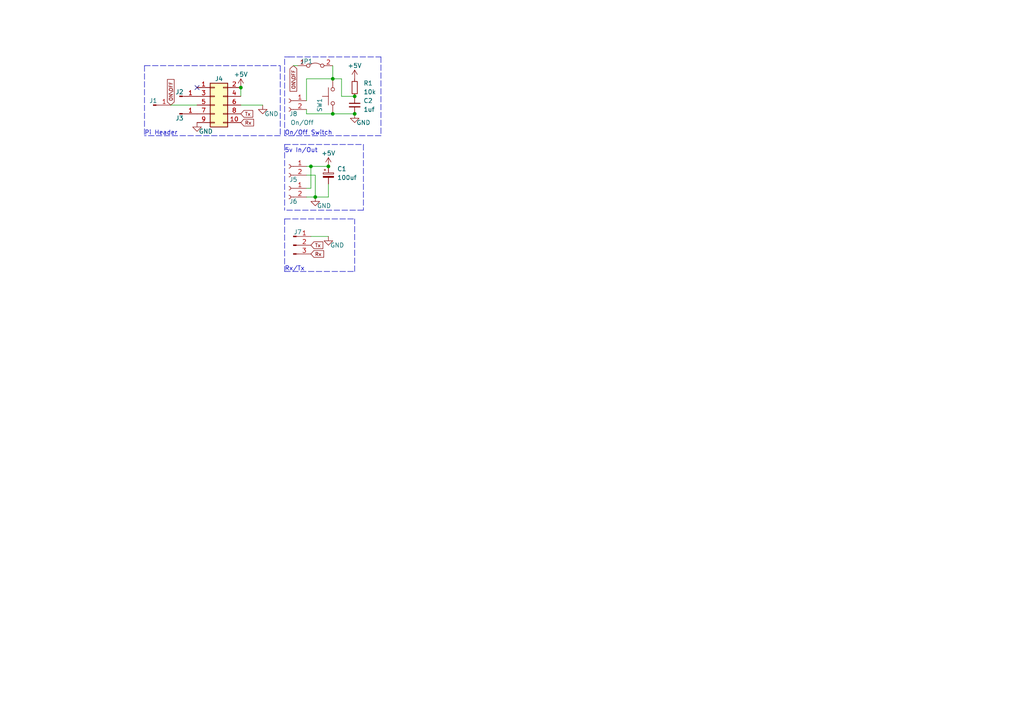
<source format=kicad_sch>
(kicad_sch (version 20211123) (generator eeschema)

  (uuid e63e39d7-6ac0-4ffd-8aa3-1841a4541b55)

  (paper "A4")

  (lib_symbols
    (symbol "Connector:Conn_01x01_Male" (pin_names (offset 1.016) hide) (in_bom yes) (on_board yes)
      (property "Reference" "J" (id 0) (at 0 2.54 0)
        (effects (font (size 1.27 1.27)))
      )
      (property "Value" "Conn_01x01_Male" (id 1) (at 0 -2.54 0)
        (effects (font (size 1.27 1.27)))
      )
      (property "Footprint" "" (id 2) (at 0 0 0)
        (effects (font (size 1.27 1.27)) hide)
      )
      (property "Datasheet" "~" (id 3) (at 0 0 0)
        (effects (font (size 1.27 1.27)) hide)
      )
      (property "ki_keywords" "connector" (id 4) (at 0 0 0)
        (effects (font (size 1.27 1.27)) hide)
      )
      (property "ki_description" "Generic connector, single row, 01x01, script generated (kicad-library-utils/schlib/autogen/connector/)" (id 5) (at 0 0 0)
        (effects (font (size 1.27 1.27)) hide)
      )
      (property "ki_fp_filters" "Connector*:*" (id 6) (at 0 0 0)
        (effects (font (size 1.27 1.27)) hide)
      )
      (symbol "Conn_01x01_Male_1_1"
        (polyline
          (pts
            (xy 1.27 0)
            (xy 0.8636 0)
          )
          (stroke (width 0.1524) (type default) (color 0 0 0 0))
          (fill (type none))
        )
        (rectangle (start 0.8636 0.127) (end 0 -0.127)
          (stroke (width 0.1524) (type default) (color 0 0 0 0))
          (fill (type outline))
        )
        (pin passive line (at 5.08 0 180) (length 3.81)
          (name "Pin_1" (effects (font (size 1.27 1.27))))
          (number "1" (effects (font (size 1.27 1.27))))
        )
      )
    )
    (symbol "Connector:Conn_01x02_Female" (pin_names (offset 1.016) hide) (in_bom yes) (on_board yes)
      (property "Reference" "J" (id 0) (at 0 2.54 0)
        (effects (font (size 1.27 1.27)))
      )
      (property "Value" "Conn_01x02_Female" (id 1) (at 0 -5.08 0)
        (effects (font (size 1.27 1.27)))
      )
      (property "Footprint" "" (id 2) (at 0 0 0)
        (effects (font (size 1.27 1.27)) hide)
      )
      (property "Datasheet" "~" (id 3) (at 0 0 0)
        (effects (font (size 1.27 1.27)) hide)
      )
      (property "ki_keywords" "connector" (id 4) (at 0 0 0)
        (effects (font (size 1.27 1.27)) hide)
      )
      (property "ki_description" "Generic connector, single row, 01x02, script generated (kicad-library-utils/schlib/autogen/connector/)" (id 5) (at 0 0 0)
        (effects (font (size 1.27 1.27)) hide)
      )
      (property "ki_fp_filters" "Connector*:*_1x??_*" (id 6) (at 0 0 0)
        (effects (font (size 1.27 1.27)) hide)
      )
      (symbol "Conn_01x02_Female_1_1"
        (arc (start 0 -2.032) (mid -0.508 -2.54) (end 0 -3.048)
          (stroke (width 0.1524) (type default) (color 0 0 0 0))
          (fill (type none))
        )
        (polyline
          (pts
            (xy -1.27 -2.54)
            (xy -0.508 -2.54)
          )
          (stroke (width 0.1524) (type default) (color 0 0 0 0))
          (fill (type none))
        )
        (polyline
          (pts
            (xy -1.27 0)
            (xy -0.508 0)
          )
          (stroke (width 0.1524) (type default) (color 0 0 0 0))
          (fill (type none))
        )
        (arc (start 0 0.508) (mid -0.508 0) (end 0 -0.508)
          (stroke (width 0.1524) (type default) (color 0 0 0 0))
          (fill (type none))
        )
        (pin passive line (at -5.08 0 0) (length 3.81)
          (name "Pin_1" (effects (font (size 1.27 1.27))))
          (number "1" (effects (font (size 1.27 1.27))))
        )
        (pin passive line (at -5.08 -2.54 0) (length 3.81)
          (name "Pin_2" (effects (font (size 1.27 1.27))))
          (number "2" (effects (font (size 1.27 1.27))))
        )
      )
    )
    (symbol "Connector:Conn_01x03_Male" (pin_names (offset 1.016) hide) (in_bom yes) (on_board yes)
      (property "Reference" "J" (id 0) (at 0 5.08 0)
        (effects (font (size 1.27 1.27)))
      )
      (property "Value" "Conn_01x03_Male" (id 1) (at 0 -5.08 0)
        (effects (font (size 1.27 1.27)))
      )
      (property "Footprint" "" (id 2) (at 0 0 0)
        (effects (font (size 1.27 1.27)) hide)
      )
      (property "Datasheet" "~" (id 3) (at 0 0 0)
        (effects (font (size 1.27 1.27)) hide)
      )
      (property "ki_keywords" "connector" (id 4) (at 0 0 0)
        (effects (font (size 1.27 1.27)) hide)
      )
      (property "ki_description" "Generic connector, single row, 01x03, script generated (kicad-library-utils/schlib/autogen/connector/)" (id 5) (at 0 0 0)
        (effects (font (size 1.27 1.27)) hide)
      )
      (property "ki_fp_filters" "Connector*:*_1x??_*" (id 6) (at 0 0 0)
        (effects (font (size 1.27 1.27)) hide)
      )
      (symbol "Conn_01x03_Male_1_1"
        (polyline
          (pts
            (xy 1.27 -2.54)
            (xy 0.8636 -2.54)
          )
          (stroke (width 0.1524) (type default) (color 0 0 0 0))
          (fill (type none))
        )
        (polyline
          (pts
            (xy 1.27 0)
            (xy 0.8636 0)
          )
          (stroke (width 0.1524) (type default) (color 0 0 0 0))
          (fill (type none))
        )
        (polyline
          (pts
            (xy 1.27 2.54)
            (xy 0.8636 2.54)
          )
          (stroke (width 0.1524) (type default) (color 0 0 0 0))
          (fill (type none))
        )
        (rectangle (start 0.8636 -2.413) (end 0 -2.667)
          (stroke (width 0.1524) (type default) (color 0 0 0 0))
          (fill (type outline))
        )
        (rectangle (start 0.8636 0.127) (end 0 -0.127)
          (stroke (width 0.1524) (type default) (color 0 0 0 0))
          (fill (type outline))
        )
        (rectangle (start 0.8636 2.667) (end 0 2.413)
          (stroke (width 0.1524) (type default) (color 0 0 0 0))
          (fill (type outline))
        )
        (pin passive line (at 5.08 2.54 180) (length 3.81)
          (name "Pin_1" (effects (font (size 1.27 1.27))))
          (number "1" (effects (font (size 1.27 1.27))))
        )
        (pin passive line (at 5.08 0 180) (length 3.81)
          (name "Pin_2" (effects (font (size 1.27 1.27))))
          (number "2" (effects (font (size 1.27 1.27))))
        )
        (pin passive line (at 5.08 -2.54 180) (length 3.81)
          (name "Pin_3" (effects (font (size 1.27 1.27))))
          (number "3" (effects (font (size 1.27 1.27))))
        )
      )
    )
    (symbol "Connector_Generic:Conn_02x05_Odd_Even" (pin_names (offset 1.016) hide) (in_bom yes) (on_board yes)
      (property "Reference" "J" (id 0) (at 1.27 7.62 0)
        (effects (font (size 1.27 1.27)))
      )
      (property "Value" "Conn_02x05_Odd_Even" (id 1) (at 1.27 -7.62 0)
        (effects (font (size 1.27 1.27)))
      )
      (property "Footprint" "" (id 2) (at 0 0 0)
        (effects (font (size 1.27 1.27)) hide)
      )
      (property "Datasheet" "~" (id 3) (at 0 0 0)
        (effects (font (size 1.27 1.27)) hide)
      )
      (property "ki_keywords" "connector" (id 4) (at 0 0 0)
        (effects (font (size 1.27 1.27)) hide)
      )
      (property "ki_description" "Generic connector, double row, 02x05, odd/even pin numbering scheme (row 1 odd numbers, row 2 even numbers), script generated (kicad-library-utils/schlib/autogen/connector/)" (id 5) (at 0 0 0)
        (effects (font (size 1.27 1.27)) hide)
      )
      (property "ki_fp_filters" "Connector*:*_2x??_*" (id 6) (at 0 0 0)
        (effects (font (size 1.27 1.27)) hide)
      )
      (symbol "Conn_02x05_Odd_Even_1_1"
        (rectangle (start -1.27 -4.953) (end 0 -5.207)
          (stroke (width 0.1524) (type default) (color 0 0 0 0))
          (fill (type none))
        )
        (rectangle (start -1.27 -2.413) (end 0 -2.667)
          (stroke (width 0.1524) (type default) (color 0 0 0 0))
          (fill (type none))
        )
        (rectangle (start -1.27 0.127) (end 0 -0.127)
          (stroke (width 0.1524) (type default) (color 0 0 0 0))
          (fill (type none))
        )
        (rectangle (start -1.27 2.667) (end 0 2.413)
          (stroke (width 0.1524) (type default) (color 0 0 0 0))
          (fill (type none))
        )
        (rectangle (start -1.27 5.207) (end 0 4.953)
          (stroke (width 0.1524) (type default) (color 0 0 0 0))
          (fill (type none))
        )
        (rectangle (start -1.27 6.35) (end 3.81 -6.35)
          (stroke (width 0.254) (type default) (color 0 0 0 0))
          (fill (type background))
        )
        (rectangle (start 3.81 -4.953) (end 2.54 -5.207)
          (stroke (width 0.1524) (type default) (color 0 0 0 0))
          (fill (type none))
        )
        (rectangle (start 3.81 -2.413) (end 2.54 -2.667)
          (stroke (width 0.1524) (type default) (color 0 0 0 0))
          (fill (type none))
        )
        (rectangle (start 3.81 0.127) (end 2.54 -0.127)
          (stroke (width 0.1524) (type default) (color 0 0 0 0))
          (fill (type none))
        )
        (rectangle (start 3.81 2.667) (end 2.54 2.413)
          (stroke (width 0.1524) (type default) (color 0 0 0 0))
          (fill (type none))
        )
        (rectangle (start 3.81 5.207) (end 2.54 4.953)
          (stroke (width 0.1524) (type default) (color 0 0 0 0))
          (fill (type none))
        )
        (pin passive line (at -5.08 5.08 0) (length 3.81)
          (name "Pin_1" (effects (font (size 1.27 1.27))))
          (number "1" (effects (font (size 1.27 1.27))))
        )
        (pin passive line (at 7.62 -5.08 180) (length 3.81)
          (name "Pin_10" (effects (font (size 1.27 1.27))))
          (number "10" (effects (font (size 1.27 1.27))))
        )
        (pin passive line (at 7.62 5.08 180) (length 3.81)
          (name "Pin_2" (effects (font (size 1.27 1.27))))
          (number "2" (effects (font (size 1.27 1.27))))
        )
        (pin passive line (at -5.08 2.54 0) (length 3.81)
          (name "Pin_3" (effects (font (size 1.27 1.27))))
          (number "3" (effects (font (size 1.27 1.27))))
        )
        (pin passive line (at 7.62 2.54 180) (length 3.81)
          (name "Pin_4" (effects (font (size 1.27 1.27))))
          (number "4" (effects (font (size 1.27 1.27))))
        )
        (pin passive line (at -5.08 0 0) (length 3.81)
          (name "Pin_5" (effects (font (size 1.27 1.27))))
          (number "5" (effects (font (size 1.27 1.27))))
        )
        (pin passive line (at 7.62 0 180) (length 3.81)
          (name "Pin_6" (effects (font (size 1.27 1.27))))
          (number "6" (effects (font (size 1.27 1.27))))
        )
        (pin passive line (at -5.08 -2.54 0) (length 3.81)
          (name "Pin_7" (effects (font (size 1.27 1.27))))
          (number "7" (effects (font (size 1.27 1.27))))
        )
        (pin passive line (at 7.62 -2.54 180) (length 3.81)
          (name "Pin_8" (effects (font (size 1.27 1.27))))
          (number "8" (effects (font (size 1.27 1.27))))
        )
        (pin passive line (at -5.08 -5.08 0) (length 3.81)
          (name "Pin_9" (effects (font (size 1.27 1.27))))
          (number "9" (effects (font (size 1.27 1.27))))
        )
      )
    )
    (symbol "Device:C_Polarized_Small" (pin_numbers hide) (pin_names (offset 0.254) hide) (in_bom yes) (on_board yes)
      (property "Reference" "C" (id 0) (at 0.254 1.778 0)
        (effects (font (size 1.27 1.27)) (justify left))
      )
      (property "Value" "C_Polarized_Small" (id 1) (at 0.254 -2.032 0)
        (effects (font (size 1.27 1.27)) (justify left))
      )
      (property "Footprint" "" (id 2) (at 0 0 0)
        (effects (font (size 1.27 1.27)) hide)
      )
      (property "Datasheet" "~" (id 3) (at 0 0 0)
        (effects (font (size 1.27 1.27)) hide)
      )
      (property "ki_keywords" "cap capacitor" (id 4) (at 0 0 0)
        (effects (font (size 1.27 1.27)) hide)
      )
      (property "ki_description" "Polarized capacitor, small symbol" (id 5) (at 0 0 0)
        (effects (font (size 1.27 1.27)) hide)
      )
      (property "ki_fp_filters" "CP_*" (id 6) (at 0 0 0)
        (effects (font (size 1.27 1.27)) hide)
      )
      (symbol "C_Polarized_Small_0_1"
        (rectangle (start -1.524 -0.3048) (end 1.524 -0.6858)
          (stroke (width 0) (type default) (color 0 0 0 0))
          (fill (type outline))
        )
        (rectangle (start -1.524 0.6858) (end 1.524 0.3048)
          (stroke (width 0) (type default) (color 0 0 0 0))
          (fill (type none))
        )
        (polyline
          (pts
            (xy -1.27 1.524)
            (xy -0.762 1.524)
          )
          (stroke (width 0) (type default) (color 0 0 0 0))
          (fill (type none))
        )
        (polyline
          (pts
            (xy -1.016 1.27)
            (xy -1.016 1.778)
          )
          (stroke (width 0) (type default) (color 0 0 0 0))
          (fill (type none))
        )
      )
      (symbol "C_Polarized_Small_1_1"
        (pin passive line (at 0 2.54 270) (length 1.8542)
          (name "~" (effects (font (size 1.27 1.27))))
          (number "1" (effects (font (size 1.27 1.27))))
        )
        (pin passive line (at 0 -2.54 90) (length 1.8542)
          (name "~" (effects (font (size 1.27 1.27))))
          (number "2" (effects (font (size 1.27 1.27))))
        )
      )
    )
    (symbol "Device:C_Small" (pin_numbers hide) (pin_names (offset 0.254) hide) (in_bom yes) (on_board yes)
      (property "Reference" "C" (id 0) (at 0.254 1.778 0)
        (effects (font (size 1.27 1.27)) (justify left))
      )
      (property "Value" "C_Small" (id 1) (at 0.254 -2.032 0)
        (effects (font (size 1.27 1.27)) (justify left))
      )
      (property "Footprint" "" (id 2) (at 0 0 0)
        (effects (font (size 1.27 1.27)) hide)
      )
      (property "Datasheet" "~" (id 3) (at 0 0 0)
        (effects (font (size 1.27 1.27)) hide)
      )
      (property "ki_keywords" "capacitor cap" (id 4) (at 0 0 0)
        (effects (font (size 1.27 1.27)) hide)
      )
      (property "ki_description" "Unpolarized capacitor, small symbol" (id 5) (at 0 0 0)
        (effects (font (size 1.27 1.27)) hide)
      )
      (property "ki_fp_filters" "C_*" (id 6) (at 0 0 0)
        (effects (font (size 1.27 1.27)) hide)
      )
      (symbol "C_Small_0_1"
        (polyline
          (pts
            (xy -1.524 -0.508)
            (xy 1.524 -0.508)
          )
          (stroke (width 0.3302) (type default) (color 0 0 0 0))
          (fill (type none))
        )
        (polyline
          (pts
            (xy -1.524 0.508)
            (xy 1.524 0.508)
          )
          (stroke (width 0.3048) (type default) (color 0 0 0 0))
          (fill (type none))
        )
      )
      (symbol "C_Small_1_1"
        (pin passive line (at 0 2.54 270) (length 2.032)
          (name "~" (effects (font (size 1.27 1.27))))
          (number "1" (effects (font (size 1.27 1.27))))
        )
        (pin passive line (at 0 -2.54 90) (length 2.032)
          (name "~" (effects (font (size 1.27 1.27))))
          (number "2" (effects (font (size 1.27 1.27))))
        )
      )
    )
    (symbol "Device:R_Small" (pin_numbers hide) (pin_names (offset 0.254) hide) (in_bom yes) (on_board yes)
      (property "Reference" "R" (id 0) (at 0.762 0.508 0)
        (effects (font (size 1.27 1.27)) (justify left))
      )
      (property "Value" "R_Small" (id 1) (at 0.762 -1.016 0)
        (effects (font (size 1.27 1.27)) (justify left))
      )
      (property "Footprint" "" (id 2) (at 0 0 0)
        (effects (font (size 1.27 1.27)) hide)
      )
      (property "Datasheet" "~" (id 3) (at 0 0 0)
        (effects (font (size 1.27 1.27)) hide)
      )
      (property "ki_keywords" "R resistor" (id 4) (at 0 0 0)
        (effects (font (size 1.27 1.27)) hide)
      )
      (property "ki_description" "Resistor, small symbol" (id 5) (at 0 0 0)
        (effects (font (size 1.27 1.27)) hide)
      )
      (property "ki_fp_filters" "R_*" (id 6) (at 0 0 0)
        (effects (font (size 1.27 1.27)) hide)
      )
      (symbol "R_Small_0_1"
        (rectangle (start -0.762 1.778) (end 0.762 -1.778)
          (stroke (width 0.2032) (type default) (color 0 0 0 0))
          (fill (type none))
        )
      )
      (symbol "R_Small_1_1"
        (pin passive line (at 0 2.54 270) (length 0.762)
          (name "~" (effects (font (size 1.27 1.27))))
          (number "1" (effects (font (size 1.27 1.27))))
        )
        (pin passive line (at 0 -2.54 90) (length 0.762)
          (name "~" (effects (font (size 1.27 1.27))))
          (number "2" (effects (font (size 1.27 1.27))))
        )
      )
    )
    (symbol "Jumper:Jumper_2_Bridged" (pin_names (offset 0) hide) (in_bom yes) (on_board yes)
      (property "Reference" "JP" (id 0) (at 0 1.905 0)
        (effects (font (size 1.27 1.27)))
      )
      (property "Value" "Jumper_2_Bridged" (id 1) (at 0 -2.54 0)
        (effects (font (size 1.27 1.27)))
      )
      (property "Footprint" "" (id 2) (at 0 0 0)
        (effects (font (size 1.27 1.27)) hide)
      )
      (property "Datasheet" "~" (id 3) (at 0 0 0)
        (effects (font (size 1.27 1.27)) hide)
      )
      (property "ki_keywords" "Jumper SPST" (id 4) (at 0 0 0)
        (effects (font (size 1.27 1.27)) hide)
      )
      (property "ki_description" "Jumper, 2-pole, closed/bridged" (id 5) (at 0 0 0)
        (effects (font (size 1.27 1.27)) hide)
      )
      (property "ki_fp_filters" "Jumper* TestPoint*2Pads* TestPoint*Bridge*" (id 6) (at 0 0 0)
        (effects (font (size 1.27 1.27)) hide)
      )
      (symbol "Jumper_2_Bridged_0_0"
        (circle (center -2.032 0) (radius 0.508)
          (stroke (width 0) (type default) (color 0 0 0 0))
          (fill (type none))
        )
        (circle (center 2.032 0) (radius 0.508)
          (stroke (width 0) (type default) (color 0 0 0 0))
          (fill (type none))
        )
      )
      (symbol "Jumper_2_Bridged_0_1"
        (arc (start 1.524 0.254) (mid 0 0.762) (end -1.524 0.254)
          (stroke (width 0) (type default) (color 0 0 0 0))
          (fill (type none))
        )
      )
      (symbol "Jumper_2_Bridged_1_1"
        (pin passive line (at -5.08 0 0) (length 2.54)
          (name "A" (effects (font (size 1.27 1.27))))
          (number "1" (effects (font (size 1.27 1.27))))
        )
        (pin passive line (at 5.08 0 180) (length 2.54)
          (name "B" (effects (font (size 1.27 1.27))))
          (number "2" (effects (font (size 1.27 1.27))))
        )
      )
    )
    (symbol "Switch:SW_Push" (pin_numbers hide) (pin_names (offset 1.016) hide) (in_bom yes) (on_board yes)
      (property "Reference" "SW" (id 0) (at 1.27 2.54 0)
        (effects (font (size 1.27 1.27)) (justify left))
      )
      (property "Value" "SW_Push" (id 1) (at 0 -1.524 0)
        (effects (font (size 1.27 1.27)))
      )
      (property "Footprint" "" (id 2) (at 0 5.08 0)
        (effects (font (size 1.27 1.27)) hide)
      )
      (property "Datasheet" "~" (id 3) (at 0 5.08 0)
        (effects (font (size 1.27 1.27)) hide)
      )
      (property "ki_keywords" "switch normally-open pushbutton push-button" (id 4) (at 0 0 0)
        (effects (font (size 1.27 1.27)) hide)
      )
      (property "ki_description" "Push button switch, generic, two pins" (id 5) (at 0 0 0)
        (effects (font (size 1.27 1.27)) hide)
      )
      (symbol "SW_Push_0_1"
        (circle (center -2.032 0) (radius 0.508)
          (stroke (width 0) (type default) (color 0 0 0 0))
          (fill (type none))
        )
        (polyline
          (pts
            (xy 0 1.27)
            (xy 0 3.048)
          )
          (stroke (width 0) (type default) (color 0 0 0 0))
          (fill (type none))
        )
        (polyline
          (pts
            (xy 2.54 1.27)
            (xy -2.54 1.27)
          )
          (stroke (width 0) (type default) (color 0 0 0 0))
          (fill (type none))
        )
        (circle (center 2.032 0) (radius 0.508)
          (stroke (width 0) (type default) (color 0 0 0 0))
          (fill (type none))
        )
        (pin passive line (at -5.08 0 0) (length 2.54)
          (name "1" (effects (font (size 1.27 1.27))))
          (number "1" (effects (font (size 1.27 1.27))))
        )
        (pin passive line (at 5.08 0 180) (length 2.54)
          (name "2" (effects (font (size 1.27 1.27))))
          (number "2" (effects (font (size 1.27 1.27))))
        )
      )
    )
    (symbol "power:+5V" (power) (pin_names (offset 0)) (in_bom yes) (on_board yes)
      (property "Reference" "#PWR" (id 0) (at 0 -3.81 0)
        (effects (font (size 1.27 1.27)) hide)
      )
      (property "Value" "+5V" (id 1) (at 0 3.556 0)
        (effects (font (size 1.27 1.27)))
      )
      (property "Footprint" "" (id 2) (at 0 0 0)
        (effects (font (size 1.27 1.27)) hide)
      )
      (property "Datasheet" "" (id 3) (at 0 0 0)
        (effects (font (size 1.27 1.27)) hide)
      )
      (property "ki_keywords" "power-flag" (id 4) (at 0 0 0)
        (effects (font (size 1.27 1.27)) hide)
      )
      (property "ki_description" "Power symbol creates a global label with name \"+5V\"" (id 5) (at 0 0 0)
        (effects (font (size 1.27 1.27)) hide)
      )
      (symbol "+5V_0_1"
        (polyline
          (pts
            (xy -0.762 1.27)
            (xy 0 2.54)
          )
          (stroke (width 0) (type default) (color 0 0 0 0))
          (fill (type none))
        )
        (polyline
          (pts
            (xy 0 0)
            (xy 0 2.54)
          )
          (stroke (width 0) (type default) (color 0 0 0 0))
          (fill (type none))
        )
        (polyline
          (pts
            (xy 0 2.54)
            (xy 0.762 1.27)
          )
          (stroke (width 0) (type default) (color 0 0 0 0))
          (fill (type none))
        )
      )
      (symbol "+5V_1_1"
        (pin power_in line (at 0 0 90) (length 0) hide
          (name "+5V" (effects (font (size 1.27 1.27))))
          (number "1" (effects (font (size 1.27 1.27))))
        )
      )
    )
    (symbol "power:GND" (power) (pin_names (offset 0)) (in_bom yes) (on_board yes)
      (property "Reference" "#PWR" (id 0) (at 0 -6.35 0)
        (effects (font (size 1.27 1.27)) hide)
      )
      (property "Value" "GND" (id 1) (at 0 -3.81 0)
        (effects (font (size 1.27 1.27)))
      )
      (property "Footprint" "" (id 2) (at 0 0 0)
        (effects (font (size 1.27 1.27)) hide)
      )
      (property "Datasheet" "" (id 3) (at 0 0 0)
        (effects (font (size 1.27 1.27)) hide)
      )
      (property "ki_keywords" "power-flag" (id 4) (at 0 0 0)
        (effects (font (size 1.27 1.27)) hide)
      )
      (property "ki_description" "Power symbol creates a global label with name \"GND\" , ground" (id 5) (at 0 0 0)
        (effects (font (size 1.27 1.27)) hide)
      )
      (symbol "GND_0_1"
        (polyline
          (pts
            (xy 0 0)
            (xy 0 -1.27)
            (xy 1.27 -1.27)
            (xy 0 -2.54)
            (xy -1.27 -1.27)
            (xy 0 -1.27)
          )
          (stroke (width 0) (type default) (color 0 0 0 0))
          (fill (type none))
        )
      )
      (symbol "GND_1_1"
        (pin power_in line (at 0 0 270) (length 0) hide
          (name "GND" (effects (font (size 1.27 1.27))))
          (number "1" (effects (font (size 1.27 1.27))))
        )
      )
    )
  )

  (junction (at 95.25 48.26) (diameter 0) (color 0 0 0 0)
    (uuid 297e7762-6e90-4b0f-a3fc-f94099c8b5f6)
  )
  (junction (at 91.44 57.15) (diameter 0) (color 0 0 0 0)
    (uuid 3596fcad-6267-41d9-8c9e-0395c6b3a938)
  )
  (junction (at 96.52 22.86) (diameter 0) (color 0 0 0 0)
    (uuid 514b051c-3265-4d4e-aa52-ce1118b0d50f)
  )
  (junction (at 90.17 48.26) (diameter 0) (color 0 0 0 0)
    (uuid 761d32d2-0185-465e-967a-4e1c5a0fef9b)
  )
  (junction (at 102.87 33.02) (diameter 0) (color 0 0 0 0)
    (uuid 775483d6-1182-4868-999e-259a5f64cc38)
  )
  (junction (at 69.85 25.4) (diameter 0) (color 0 0 0 0)
    (uuid 94afeaea-232a-4067-aab1-6c98520df515)
  )
  (junction (at 96.52 33.02) (diameter 0) (color 0 0 0 0)
    (uuid 999d965f-1432-4789-ad1f-5d0490470099)
  )
  (junction (at 102.87 27.94) (diameter 0) (color 0 0 0 0)
    (uuid abf6c3d8-595c-40c4-8437-819705454c8e)
  )

  (no_connect (at 57.15 25.4) (uuid 4ff9cca6-5d9e-410e-b848-7dd052072b48))

  (polyline (pts (xy 41.91 19.05) (xy 81.28 19.05))
    (stroke (width 0) (type default) (color 0 0 0 0))
    (uuid 010dac77-1e6d-4791-b745-685175c118fe)
  )

  (wire (pts (xy 99.06 22.86) (xy 96.52 22.86))
    (stroke (width 0) (type default) (color 0 0 0 0))
    (uuid 0384a4cf-926e-4bc3-b122-6be1d385781a)
  )
  (polyline (pts (xy 102.87 78.74) (xy 102.87 63.5))
    (stroke (width 0) (type default) (color 0 0 0 0))
    (uuid 0425953c-fd7b-48d4-ac38-1da243b17706)
  )
  (polyline (pts (xy 110.49 16.51) (xy 110.49 39.37))
    (stroke (width 0) (type default) (color 0 0 0 0))
    (uuid 0fb4abbe-7957-4bad-8755-c7f20762fef8)
  )
  (polyline (pts (xy 82.55 63.5) (xy 102.87 63.5))
    (stroke (width 0) (type default) (color 0 0 0 0))
    (uuid 1768343c-2a1b-4d58-a395-342dd261c0f6)
  )
  (polyline (pts (xy 81.28 19.05) (xy 81.28 39.37))
    (stroke (width 0) (type default) (color 0 0 0 0))
    (uuid 1a3c7886-5764-45f9-9646-a27677eae6c0)
  )

  (wire (pts (xy 69.85 30.48) (xy 76.2 30.48))
    (stroke (width 0) (type default) (color 0 0 0 0))
    (uuid 1e8fdc95-ed72-4972-b8c4-4cbf5df0aa4c)
  )
  (wire (pts (xy 99.06 27.94) (xy 102.87 27.94))
    (stroke (width 0) (type default) (color 0 0 0 0))
    (uuid 20c466fe-713e-439a-bfe8-2609f3643182)
  )
  (wire (pts (xy 96.52 19.05) (xy 96.52 22.86))
    (stroke (width 0) (type default) (color 0 0 0 0))
    (uuid 21cdf96c-0294-4b9a-89fc-e5559e35eae7)
  )
  (wire (pts (xy 95.25 53.34) (xy 95.25 57.15))
    (stroke (width 0) (type default) (color 0 0 0 0))
    (uuid 25680635-3dca-4a9e-b590-3de2ea2cb777)
  )
  (wire (pts (xy 90.17 48.26) (xy 90.17 54.61))
    (stroke (width 0) (type default) (color 0 0 0 0))
    (uuid 2771a1d1-28f7-4b95-a804-cbcb01befb30)
  )
  (wire (pts (xy 90.17 68.58) (xy 95.25 68.58))
    (stroke (width 0) (type default) (color 0 0 0 0))
    (uuid 31a53796-c924-425c-ac92-1f0d501027c7)
  )
  (polyline (pts (xy 82.55 16.51) (xy 83.82 16.51))
    (stroke (width 0) (type default) (color 0 0 0 0))
    (uuid 3616f422-ab29-4172-b7ec-b31c9c9814d0)
  )

  (wire (pts (xy 88.9 31.75) (xy 88.9 33.02))
    (stroke (width 0) (type default) (color 0 0 0 0))
    (uuid 3a3e1b31-23b1-4b88-a404-d47e087428a7)
  )
  (wire (pts (xy 96.52 22.86) (xy 88.9 22.86))
    (stroke (width 0) (type default) (color 0 0 0 0))
    (uuid 5793da3b-756b-476f-bc81-ec075fe82704)
  )
  (polyline (pts (xy 83.82 16.51) (xy 110.49 16.51))
    (stroke (width 0) (type default) (color 0 0 0 0))
    (uuid 597c44a3-437e-4885-9b4e-bb46eabe27c9)
  )

  (wire (pts (xy 88.9 48.26) (xy 90.17 48.26))
    (stroke (width 0) (type default) (color 0 0 0 0))
    (uuid 624e2136-a99e-407a-9a57-2888def0327c)
  )
  (polyline (pts (xy 82.55 41.91) (xy 82.55 60.96))
    (stroke (width 0) (type default) (color 0 0 0 0))
    (uuid 638f861f-c1a9-44a8-bab0-872fb65191fd)
  )

  (wire (pts (xy 88.9 54.61) (xy 90.17 54.61))
    (stroke (width 0) (type default) (color 0 0 0 0))
    (uuid 6daece5e-30f3-40ae-ad5e-27b266d673fd)
  )
  (wire (pts (xy 96.52 33.02) (xy 102.87 33.02))
    (stroke (width 0) (type default) (color 0 0 0 0))
    (uuid 85e69636-7055-464b-8bc4-677be162e757)
  )
  (polyline (pts (xy 105.41 41.91) (xy 105.41 60.96))
    (stroke (width 0) (type default) (color 0 0 0 0))
    (uuid 8e911b2b-530a-474b-a3bb-ed9208b2d448)
  )
  (polyline (pts (xy 82.55 41.91) (xy 105.41 41.91))
    (stroke (width 0) (type default) (color 0 0 0 0))
    (uuid 9a175871-e0fe-4ac6-8d11-05000d96e38d)
  )

  (wire (pts (xy 49.53 30.48) (xy 57.15 30.48))
    (stroke (width 0) (type default) (color 0 0 0 0))
    (uuid a279a44f-9f2c-4039-8662-1350138fdbd0)
  )
  (polyline (pts (xy 82.55 63.5) (xy 82.55 78.74))
    (stroke (width 0) (type default) (color 0 0 0 0))
    (uuid a2f9d7cb-df86-4673-b836-bdc27879d8d4)
  )

  (wire (pts (xy 95.25 57.15) (xy 91.44 57.15))
    (stroke (width 0) (type default) (color 0 0 0 0))
    (uuid a4975157-b37f-47ba-88a2-6a09d1be3372)
  )
  (wire (pts (xy 99.06 27.94) (xy 99.06 22.86))
    (stroke (width 0) (type default) (color 0 0 0 0))
    (uuid a9282804-5aa9-4e2b-a23e-3344ead23c96)
  )
  (wire (pts (xy 88.9 33.02) (xy 96.52 33.02))
    (stroke (width 0) (type default) (color 0 0 0 0))
    (uuid b1be2899-bffa-4cb0-ad19-17971d899e7f)
  )
  (wire (pts (xy 69.85 25.4) (xy 69.85 27.94))
    (stroke (width 0) (type default) (color 0 0 0 0))
    (uuid b3b7e8eb-305a-4547-b5fa-3b42b4210cdd)
  )
  (wire (pts (xy 85.09 19.05) (xy 86.36 19.05))
    (stroke (width 0) (type default) (color 0 0 0 0))
    (uuid b754e970-2999-4273-91f7-960f2b2a49b3)
  )
  (wire (pts (xy 91.44 50.8) (xy 88.9 50.8))
    (stroke (width 0) (type default) (color 0 0 0 0))
    (uuid bc092c4f-4a67-4ac1-820e-ac7f345eee98)
  )
  (polyline (pts (xy 105.41 60.96) (xy 82.55 60.96))
    (stroke (width 0) (type default) (color 0 0 0 0))
    (uuid cb59305f-9b1d-435a-a971-a347dd38f010)
  )
  (polyline (pts (xy 82.55 78.74) (xy 102.87 78.74))
    (stroke (width 0) (type default) (color 0 0 0 0))
    (uuid d4005ac8-8bc8-4b87-93fe-66692759c629)
  )

  (wire (pts (xy 88.9 22.86) (xy 88.9 29.21))
    (stroke (width 0) (type default) (color 0 0 0 0))
    (uuid e232b568-34bb-4686-a701-458eb4abc306)
  )
  (wire (pts (xy 90.17 48.26) (xy 95.25 48.26))
    (stroke (width 0) (type default) (color 0 0 0 0))
    (uuid e250458c-257f-47dc-a780-1961d7456c98)
  )
  (polyline (pts (xy 110.49 39.37) (xy 82.55 39.37))
    (stroke (width 0) (type default) (color 0 0 0 0))
    (uuid eb76da48-77d0-4e66-8559-d7d0d4362fda)
  )

  (wire (pts (xy 88.9 57.15) (xy 91.44 57.15))
    (stroke (width 0) (type default) (color 0 0 0 0))
    (uuid ebb430b4-7402-4e74-9db7-9efbd42c279a)
  )
  (wire (pts (xy 91.44 57.15) (xy 91.44 50.8))
    (stroke (width 0) (type default) (color 0 0 0 0))
    (uuid ed2e8f8c-7324-4ee3-9929-cbb10ff7616c)
  )
  (polyline (pts (xy 82.55 39.37) (xy 82.55 16.51))
    (stroke (width 0) (type default) (color 0 0 0 0))
    (uuid f15dfaa3-7793-4911-844d-8a2eda692637)
  )
  (polyline (pts (xy 81.28 39.37) (xy 41.91 39.37))
    (stroke (width 0) (type default) (color 0 0 0 0))
    (uuid f900436b-1fb1-4f61-866e-5d3b741a15dc)
  )
  (polyline (pts (xy 41.91 19.05) (xy 41.91 39.37))
    (stroke (width 0) (type default) (color 0 0 0 0))
    (uuid faeb596c-a572-4529-80d1-390b7870f6e4)
  )

  (text "Pi Header\n" (at 41.91 39.37 0)
    (effects (font (size 1.27 1.27)) (justify left bottom))
    (uuid 8544673e-0b03-4297-8c8f-b121289b8b0d)
  )
  (text "Rx/Tx " (at 82.55 78.74 0)
    (effects (font (size 1.27 1.27)) (justify left bottom))
    (uuid ae07d70f-53a6-40b7-91a5-9eba6fa957ae)
  )
  (text "5v In/Out" (at 82.55 44.45 0)
    (effects (font (size 1.27 1.27)) (justify left bottom))
    (uuid c65c3e59-ea90-4566-ae8b-5638a5da5e87)
  )
  (text "On/Off Switch\n" (at 82.55 39.37 0)
    (effects (font (size 1.27 1.27)) (justify left bottom))
    (uuid e6f55c4c-4fde-4ccf-90f5-bb9e3e37684f)
  )

  (global_label "ON\\OFF" (shape input) (at 49.53 30.48 90) (fields_autoplaced)
    (effects (font (size 1 1)) (justify left))
    (uuid 14919555-2d04-4234-beb2-a93fa1899eb9)
    (property "Intersheet References" "${INTERSHEET_REFS}" (id 0) (at 49.5925 23.0562 90)
      (effects (font (size 1 1)) (justify left) hide)
    )
  )
  (global_label "Rx" (shape input) (at 69.85 35.56 0) (fields_autoplaced)
    (effects (font (size 1 1)) (justify left))
    (uuid 26c01bdd-b5cb-4003-8a48-e1c952a0b45e)
    (property "Intersheet References" "${INTERSHEET_REFS}" (id 0) (at 73.5595 35.4975 0)
      (effects (font (size 1 1)) (justify left) hide)
    )
  )
  (global_label "Tx" (shape input) (at 90.17 71.12 0) (fields_autoplaced)
    (effects (font (size 1 1)) (justify left))
    (uuid 8302c968-21ed-40de-9bef-a19a98a1541d)
    (property "Intersheet References" "${INTERSHEET_REFS}" (id 0) (at 93.6414 71.0575 0)
      (effects (font (size 1 1)) (justify left) hide)
    )
  )
  (global_label "ON\\OFF" (shape input) (at 85.09 19.05 270) (fields_autoplaced)
    (effects (font (size 1 1)) (justify right))
    (uuid a1d0740d-ed98-4d9e-8729-ba5de7978b97)
    (property "Intersheet References" "${INTERSHEET_REFS}" (id 0) (at 85.0275 26.4738 90)
      (effects (font (size 1 1)) (justify right) hide)
    )
  )
  (global_label "Tx" (shape input) (at 69.85 33.02 0) (fields_autoplaced)
    (effects (font (size 1 1)) (justify left))
    (uuid b8a9ea6e-0811-4c38-b4e7-a94ac68d6cab)
    (property "Intersheet References" "${INTERSHEET_REFS}" (id 0) (at 73.3214 32.9575 0)
      (effects (font (size 1 1)) (justify left) hide)
    )
  )
  (global_label "Rx" (shape input) (at 90.17 73.66 0) (fields_autoplaced)
    (effects (font (size 1 1)) (justify left))
    (uuid c4085b92-55f1-4412-9a4c-ba972e45a9c9)
    (property "Intersheet References" "${INTERSHEET_REFS}" (id 0) (at 93.8795 73.5975 0)
      (effects (font (size 1 1)) (justify left) hide)
    )
  )

  (symbol (lib_id "power:+5V") (at 69.85 25.4 0) (unit 1)
    (in_bom yes) (on_board yes)
    (uuid 2e370ccc-4e83-40b4-bd9f-1e018281a2d7)
    (property "Reference" "#PWR0105" (id 0) (at 69.85 29.21 0)
      (effects (font (size 1.27 1.27)) hide)
    )
    (property "Value" "+5V" (id 1) (at 69.85 21.59 0))
    (property "Footprint" "" (id 2) (at 69.85 25.4 0)
      (effects (font (size 1.27 1.27)) hide)
    )
    (property "Datasheet" "" (id 3) (at 69.85 25.4 0)
      (effects (font (size 1.27 1.27)) hide)
    )
    (pin "1" (uuid 97be7ac1-1c47-46c6-adca-1a6c799ee35d))
  )

  (symbol (lib_id "Connector:Conn_01x01_Male") (at 44.45 30.48 0) (unit 1)
    (in_bom yes) (on_board yes)
    (uuid 3aa4fd40-01ac-47ae-b3c3-fb85919e00ca)
    (property "Reference" "J1" (id 0) (at 44.45 29.21 0))
    (property "Value" "Conn_01x01_Male" (id 1) (at 45.085 27.94 0)
      (effects (font (size 1.27 1.27)) hide)
    )
    (property "Footprint" "Connector_PinHeader_2.54mm:PinHeader_1x01_P2.54mm_Vertical" (id 2) (at 44.45 30.48 0)
      (effects (font (size 1.27 1.27)) hide)
    )
    (property "Datasheet" "~" (id 3) (at 44.45 30.48 0)
      (effects (font (size 1.27 1.27)) hide)
    )
    (pin "1" (uuid 5c2e0bd8-95e6-4e4b-9b01-e4e2d2a2da4b))
  )

  (symbol (lib_id "Switch:SW_Push") (at 96.52 27.94 90) (unit 1)
    (in_bom yes) (on_board yes)
    (uuid 42921c6f-25e8-4512-9139-83b5b81397a7)
    (property "Reference" "SW1" (id 0) (at 92.71 30.48 0))
    (property "Value" "SW_Push" (id 1) (at 91.44 27.94 0)
      (effects (font (size 1.27 1.27)) hide)
    )
    (property "Footprint" "Button_Switch_SMD:SW_Push_SPST_NO_Alps_SKRK" (id 2) (at 91.44 27.94 0)
      (effects (font (size 1.27 1.27)) hide)
    )
    (property "Datasheet" "~" (id 3) (at 91.44 27.94 0)
      (effects (font (size 1.27 1.27)) hide)
    )
    (pin "1" (uuid 53d63574-d294-4160-8943-1f901b80728f))
    (pin "2" (uuid 9d221b3b-0bfe-4439-a426-0f2594b9c7bf))
  )

  (symbol (lib_id "power:GND") (at 95.25 68.58 0) (unit 1)
    (in_bom yes) (on_board yes)
    (uuid 5cec3715-6659-4f3d-ae44-00c9eb83b0b0)
    (property "Reference" "#PWR0107" (id 0) (at 95.25 74.93 0)
      (effects (font (size 1.27 1.27)) hide)
    )
    (property "Value" "GND" (id 1) (at 97.79 71.12 0))
    (property "Footprint" "" (id 2) (at 95.25 68.58 0)
      (effects (font (size 1.27 1.27)) hide)
    )
    (property "Datasheet" "" (id 3) (at 95.25 68.58 0)
      (effects (font (size 1.27 1.27)) hide)
    )
    (pin "1" (uuid 6ea21330-9481-448c-9338-036c9038b16a))
  )

  (symbol (lib_id "Connector:Conn_01x01_Male") (at 52.07 33.02 0) (unit 1)
    (in_bom yes) (on_board yes)
    (uuid 68a1db68-8692-46ec-8d22-b4d35d0ca179)
    (property "Reference" "J3" (id 0) (at 52.07 34.29 0))
    (property "Value" "Conn_01x01_Male" (id 1) (at 52.705 30.48 0)
      (effects (font (size 1.27 1.27)) hide)
    )
    (property "Footprint" "Connector_PinHeader_2.54mm:PinHeader_1x01_P2.54mm_Vertical" (id 2) (at 52.07 33.02 0)
      (effects (font (size 1.27 1.27)) hide)
    )
    (property "Datasheet" "~" (id 3) (at 52.07 33.02 0)
      (effects (font (size 1.27 1.27)) hide)
    )
    (pin "1" (uuid e97876cb-856f-414c-aeb3-4daa410e673f))
  )

  (symbol (lib_id "power:GND") (at 91.44 57.15 0) (unit 1)
    (in_bom yes) (on_board yes)
    (uuid 735dcdfe-b21e-40e2-910b-52d4abd6b71d)
    (property "Reference" "#PWR0106" (id 0) (at 91.44 63.5 0)
      (effects (font (size 1.27 1.27)) hide)
    )
    (property "Value" "GND" (id 1) (at 93.98 59.69 0))
    (property "Footprint" "" (id 2) (at 91.44 57.15 0)
      (effects (font (size 1.27 1.27)) hide)
    )
    (property "Datasheet" "" (id 3) (at 91.44 57.15 0)
      (effects (font (size 1.27 1.27)) hide)
    )
    (pin "1" (uuid ad9482ce-1afd-4c1b-aba8-839f02915f3f))
  )

  (symbol (lib_id "Connector:Conn_01x02_Female") (at 83.82 48.26 0) (mirror y) (unit 1)
    (in_bom yes) (on_board yes)
    (uuid 7961340c-0ba9-4fb6-921c-a036b64d8193)
    (property "Reference" "J5" (id 0) (at 85.09 52.07 0))
    (property "Value" "PowerIn" (id 1) (at 84.455 53.34 0)
      (effects (font (size 1.27 1.27)) hide)
    )
    (property "Footprint" "Connector_Phoenix_MSTB:PhoenixContact_MSTBA_2,5_2-G-5,08_1x02_P5.08mm_Horizontal" (id 2) (at 83.82 48.26 0)
      (effects (font (size 1.27 1.27)) hide)
    )
    (property "Datasheet" "~" (id 3) (at 83.82 48.26 0)
      (effects (font (size 1.27 1.27)) hide)
    )
    (pin "1" (uuid 4cae8051-6e8c-4c95-89c1-1c735fdc3f3b))
    (pin "2" (uuid f7702d02-1732-4664-8b69-53654c253bec))
  )

  (symbol (lib_id "Device:C_Small") (at 102.87 30.48 0) (unit 1)
    (in_bom yes) (on_board yes) (fields_autoplaced)
    (uuid 868f491a-5ff7-4d2f-abbf-765cbc1ddc85)
    (property "Reference" "C2" (id 0) (at 105.41 29.2162 0)
      (effects (font (size 1.27 1.27)) (justify left))
    )
    (property "Value" "1uf" (id 1) (at 105.41 31.7562 0)
      (effects (font (size 1.27 1.27)) (justify left))
    )
    (property "Footprint" "Capacitor_SMD:C_0402_1005Metric" (id 2) (at 102.87 30.48 0)
      (effects (font (size 1.27 1.27)) hide)
    )
    (property "Datasheet" "~" (id 3) (at 102.87 30.48 0)
      (effects (font (size 1.27 1.27)) hide)
    )
    (pin "1" (uuid b3328878-1c43-458d-a283-b891018f774d))
    (pin "2" (uuid 74d44c9a-48e5-4795-9d19-f13c167dd17e))
  )

  (symbol (lib_id "power:GND") (at 57.15 35.56 0) (unit 1)
    (in_bom yes) (on_board yes)
    (uuid a3c1f8ae-95c0-4d3c-b9ae-0971060b4306)
    (property "Reference" "#PWR0108" (id 0) (at 57.15 41.91 0)
      (effects (font (size 1.27 1.27)) hide)
    )
    (property "Value" "GND" (id 1) (at 59.69 38.1 0))
    (property "Footprint" "" (id 2) (at 57.15 35.56 0)
      (effects (font (size 1.27 1.27)) hide)
    )
    (property "Datasheet" "" (id 3) (at 57.15 35.56 0)
      (effects (font (size 1.27 1.27)) hide)
    )
    (pin "1" (uuid bdfd2a4e-d36f-4b00-9833-9dcd1305357f))
  )

  (symbol (lib_id "power:+5V") (at 95.25 48.26 0) (unit 1)
    (in_bom yes) (on_board yes)
    (uuid a5eeed55-e194-4281-b548-6a636050d186)
    (property "Reference" "#PWR0101" (id 0) (at 95.25 52.07 0)
      (effects (font (size 1.27 1.27)) hide)
    )
    (property "Value" "+5V" (id 1) (at 95.25 44.45 0))
    (property "Footprint" "" (id 2) (at 95.25 48.26 0)
      (effects (font (size 1.27 1.27)) hide)
    )
    (property "Datasheet" "" (id 3) (at 95.25 48.26 0)
      (effects (font (size 1.27 1.27)) hide)
    )
    (pin "1" (uuid 71f0e849-6230-4f7c-a287-0001c4ea60d8))
  )

  (symbol (lib_id "Connector:Conn_01x01_Male") (at 52.07 27.94 0) (unit 1)
    (in_bom yes) (on_board yes)
    (uuid a6b5bf5b-9a53-4cf3-b6d5-657ceaef3385)
    (property "Reference" "J2" (id 0) (at 52.07 26.67 0))
    (property "Value" "Conn_01x01_Male" (id 1) (at 52.705 25.4 0)
      (effects (font (size 1.27 1.27)) hide)
    )
    (property "Footprint" "Connector_PinHeader_2.54mm:PinHeader_1x01_P2.54mm_Vertical" (id 2) (at 52.07 27.94 0)
      (effects (font (size 1.27 1.27)) hide)
    )
    (property "Datasheet" "~" (id 3) (at 52.07 27.94 0)
      (effects (font (size 1.27 1.27)) hide)
    )
    (pin "1" (uuid c85c8de9-acee-410e-ba5c-88c96e58a0cf))
  )

  (symbol (lib_id "Connector:Conn_01x02_Female") (at 83.82 29.21 0) (mirror y) (unit 1)
    (in_bom yes) (on_board yes)
    (uuid acb81c18-0c72-426d-b773-18f5c685ee7d)
    (property "Reference" "J8" (id 0) (at 85.09 33.02 0))
    (property "Value" "On/Off" (id 1) (at 87.63 35.56 0))
    (property "Footprint" "Connector_Molex:Molex_KK-254_AE-6410-02A_1x02_P2.54mm_Vertical" (id 2) (at 83.82 29.21 0)
      (effects (font (size 1.27 1.27)) hide)
    )
    (property "Datasheet" "~" (id 3) (at 83.82 29.21 0)
      (effects (font (size 1.27 1.27)) hide)
    )
    (pin "1" (uuid acb4bbf6-8d3b-43b6-bc22-7767f465313f))
    (pin "2" (uuid d02e30e3-ba0d-450b-ae56-cf3b4cc5970f))
  )

  (symbol (lib_id "power:+5V") (at 102.87 22.86 0) (unit 1)
    (in_bom yes) (on_board yes)
    (uuid b49ff4eb-12f4-4743-a75e-00e4bee4ced3)
    (property "Reference" "#PWR0102" (id 0) (at 102.87 26.67 0)
      (effects (font (size 1.27 1.27)) hide)
    )
    (property "Value" "+5V" (id 1) (at 102.87 19.05 0))
    (property "Footprint" "" (id 2) (at 102.87 22.86 0)
      (effects (font (size 1.27 1.27)) hide)
    )
    (property "Datasheet" "" (id 3) (at 102.87 22.86 0)
      (effects (font (size 1.27 1.27)) hide)
    )
    (pin "1" (uuid 5ed0550a-d9b8-41c8-b37c-71e012bdf322))
  )

  (symbol (lib_id "Connector:Conn_01x03_Male") (at 85.09 71.12 0) (unit 1)
    (in_bom yes) (on_board yes)
    (uuid b504bf13-e5b7-4fdf-bc88-783241e53b0e)
    (property "Reference" "J7" (id 0) (at 86.36 67.31 0))
    (property "Value" "Conn_01x03_Male" (id 1) (at 85.725 66.04 0)
      (effects (font (size 1.27 1.27)) hide)
    )
    (property "Footprint" "Connector_Molex:Molex_KK-254_AE-6410-03A_1x03_P2.54mm_Vertical" (id 2) (at 85.09 71.12 0)
      (effects (font (size 1.27 1.27)) hide)
    )
    (property "Datasheet" "~" (id 3) (at 85.09 71.12 0)
      (effects (font (size 1.27 1.27)) hide)
    )
    (pin "1" (uuid ea41bc35-4b9e-4d1c-8c8a-ae65e5faca54))
    (pin "2" (uuid 473bd900-dcb8-48df-9dca-e4a4deeaf9ce))
    (pin "3" (uuid c3910b8e-e7b4-4446-8cda-58eb11d40c7c))
  )

  (symbol (lib_id "power:GND") (at 102.87 33.02 0) (unit 1)
    (in_bom yes) (on_board yes)
    (uuid b749200d-f816-4520-95f1-b09f5239647f)
    (property "Reference" "#PWR0103" (id 0) (at 102.87 39.37 0)
      (effects (font (size 1.27 1.27)) hide)
    )
    (property "Value" "GND" (id 1) (at 105.41 35.56 0))
    (property "Footprint" "" (id 2) (at 102.87 33.02 0)
      (effects (font (size 1.27 1.27)) hide)
    )
    (property "Datasheet" "" (id 3) (at 102.87 33.02 0)
      (effects (font (size 1.27 1.27)) hide)
    )
    (pin "1" (uuid 8f28932e-abbb-43fc-8713-8a94e8ac2783))
  )

  (symbol (lib_id "Jumper:Jumper_2_Bridged") (at 91.44 19.05 0) (unit 1)
    (in_bom yes) (on_board yes)
    (uuid c0e52b0a-7881-491f-9229-26a5c5019a4b)
    (property "Reference" "JP1" (id 0) (at 88.9 17.78 0))
    (property "Value" "Jumper_2_Bridged" (id 1) (at 91.44 15.24 0)
      (effects (font (size 1.27 1.27)) hide)
    )
    (property "Footprint" "Jumper:SolderJumper-2_P1.3mm_Bridged_RoundedPad1.0x1.5mm" (id 2) (at 91.44 19.05 0)
      (effects (font (size 1.27 1.27)) hide)
    )
    (property "Datasheet" "~" (id 3) (at 91.44 19.05 0)
      (effects (font (size 1.27 1.27)) hide)
    )
    (pin "1" (uuid 4c35e7c2-4ef8-47a8-aa87-457b49ab6507))
    (pin "2" (uuid 0017eb4c-b93d-4b2a-a553-b57511ae010a))
  )

  (symbol (lib_id "power:GND") (at 76.2 30.48 0) (unit 1)
    (in_bom yes) (on_board yes)
    (uuid c4d60229-9a47-4556-bd7b-1a0996b0f85f)
    (property "Reference" "#PWR0104" (id 0) (at 76.2 36.83 0)
      (effects (font (size 1.27 1.27)) hide)
    )
    (property "Value" "GND" (id 1) (at 78.74 33.02 0))
    (property "Footprint" "" (id 2) (at 76.2 30.48 0)
      (effects (font (size 1.27 1.27)) hide)
    )
    (property "Datasheet" "" (id 3) (at 76.2 30.48 0)
      (effects (font (size 1.27 1.27)) hide)
    )
    (pin "1" (uuid 8144fe1b-cd8e-47e3-9d1d-f24db8ade828))
  )

  (symbol (lib_id "Connector:Conn_01x02_Female") (at 83.82 54.61 0) (mirror y) (unit 1)
    (in_bom yes) (on_board yes)
    (uuid cfcef8fb-d9c6-4609-ab96-bbc94913ac09)
    (property "Reference" "J6" (id 0) (at 85.09 58.42 0))
    (property "Value" "5v Out" (id 1) (at 84.455 59.69 0)
      (effects (font (size 1.27 1.27)) hide)
    )
    (property "Footprint" "Connector_Molex:Molex_KK-254_AE-6410-02A_1x02_P2.54mm_Vertical" (id 2) (at 83.82 54.61 0)
      (effects (font (size 1.27 1.27)) hide)
    )
    (property "Datasheet" "~" (id 3) (at 83.82 54.61 0)
      (effects (font (size 1.27 1.27)) hide)
    )
    (pin "1" (uuid b26e1d9c-cfe6-4f55-be1c-17c06d0ac644))
    (pin "2" (uuid 7f800f99-1e9c-4ed1-bc6c-1d373cee3c49))
  )

  (symbol (lib_id "Connector_Generic:Conn_02x05_Odd_Even") (at 62.23 30.48 0) (unit 1)
    (in_bom yes) (on_board yes)
    (uuid d72c89a6-7578-4468-964e-2a845431195f)
    (property "Reference" "J4" (id 0) (at 63.5 22.86 0))
    (property "Value" "Conn_02x05_Odd_Even" (id 1) (at 63.5 21.59 0)
      (effects (font (size 1.27 1.27)) hide)
    )
    (property "Footprint" "Connector_PinHeader_2.54mm:PinHeader_2x05_P2.54mm_Vertical" (id 2) (at 62.23 30.48 0)
      (effects (font (size 1.27 1.27)) hide)
    )
    (property "Datasheet" "~" (id 3) (at 62.23 30.48 0)
      (effects (font (size 1.27 1.27)) hide)
    )
    (pin "1" (uuid befdfbe5-f3e5-423b-a34e-7bba3f218536))
    (pin "10" (uuid 1c052668-6749-425a-9a77-35f046c8aa39))
    (pin "2" (uuid 9db16341-dac0-4aab-9c62-7d88c111c1ce))
    (pin "3" (uuid b7d06af4-a5b1-447f-9b1a-8b44eb1cc204))
    (pin "4" (uuid ab8b0540-9c9f-4195-88f5-7bed0b0a8ed6))
    (pin "5" (uuid e79c8e11-ed47-4701-ae80-a54cdb6682a5))
    (pin "6" (uuid aa047297-22f8-4de0-a969-0b3451b8e164))
    (pin "7" (uuid df3dc9a2-ba40-4c3a-87fe-61cc8e23d71b))
    (pin "8" (uuid e87a6f80-914f-4f62-9c9f-9ba62a88ee3d))
    (pin "9" (uuid b0b4c3cb-e7ea-49c0-8162-be3bbab3e4ec))
  )

  (symbol (lib_id "Device:C_Polarized_Small") (at 95.25 50.8 0) (unit 1)
    (in_bom yes) (on_board yes) (fields_autoplaced)
    (uuid df6b5968-848c-4920-8f3e-400c3b00eb75)
    (property "Reference" "C1" (id 0) (at 97.79 48.9838 0)
      (effects (font (size 1.27 1.27)) (justify left))
    )
    (property "Value" "100uf" (id 1) (at 97.79 51.5238 0)
      (effects (font (size 1.27 1.27)) (justify left))
    )
    (property "Footprint" "Capacitor_SMD:CP_Elec_6.3x5.7" (id 2) (at 95.25 50.8 0)
      (effects (font (size 1.27 1.27)) hide)
    )
    (property "Datasheet" "~" (id 3) (at 95.25 50.8 0)
      (effects (font (size 1.27 1.27)) hide)
    )
    (pin "1" (uuid 2086f1f4-059c-4ac4-858b-c6e65c5b1092))
    (pin "2" (uuid 888059b3-2471-43ee-a2b4-3fd09f693b37))
  )

  (symbol (lib_id "Device:R_Small") (at 102.87 25.4 0) (unit 1)
    (in_bom yes) (on_board yes) (fields_autoplaced)
    (uuid fa5df47a-115c-4ce0-aa12-c5ea177507cb)
    (property "Reference" "R1" (id 0) (at 105.41 24.1299 0)
      (effects (font (size 1.27 1.27)) (justify left))
    )
    (property "Value" "10k" (id 1) (at 105.41 26.6699 0)
      (effects (font (size 1.27 1.27)) (justify left))
    )
    (property "Footprint" "Resistor_SMD:R_0402_1005Metric" (id 2) (at 102.87 25.4 0)
      (effects (font (size 1.27 1.27)) hide)
    )
    (property "Datasheet" "~" (id 3) (at 102.87 25.4 0)
      (effects (font (size 1.27 1.27)) hide)
    )
    (pin "1" (uuid ba1f7376-3152-4430-8947-bfd02144e3ee))
    (pin "2" (uuid b652b9b2-cdd7-457e-b9e2-7f6f9787db45))
  )

  (sheet_instances
    (path "/" (page "1"))
  )

  (symbol_instances
    (path "/a5eeed55-e194-4281-b548-6a636050d186"
      (reference "#PWR0101") (unit 1) (value "+5V") (footprint "")
    )
    (path "/b49ff4eb-12f4-4743-a75e-00e4bee4ced3"
      (reference "#PWR0102") (unit 1) (value "+5V") (footprint "")
    )
    (path "/b749200d-f816-4520-95f1-b09f5239647f"
      (reference "#PWR0103") (unit 1) (value "GND") (footprint "")
    )
    (path "/c4d60229-9a47-4556-bd7b-1a0996b0f85f"
      (reference "#PWR0104") (unit 1) (value "GND") (footprint "")
    )
    (path "/2e370ccc-4e83-40b4-bd9f-1e018281a2d7"
      (reference "#PWR0105") (unit 1) (value "+5V") (footprint "")
    )
    (path "/735dcdfe-b21e-40e2-910b-52d4abd6b71d"
      (reference "#PWR0106") (unit 1) (value "GND") (footprint "")
    )
    (path "/5cec3715-6659-4f3d-ae44-00c9eb83b0b0"
      (reference "#PWR0107") (unit 1) (value "GND") (footprint "")
    )
    (path "/a3c1f8ae-95c0-4d3c-b9ae-0971060b4306"
      (reference "#PWR0108") (unit 1) (value "GND") (footprint "")
    )
    (path "/df6b5968-848c-4920-8f3e-400c3b00eb75"
      (reference "C1") (unit 1) (value "100uf") (footprint "Capacitor_SMD:CP_Elec_6.3x5.7")
    )
    (path "/868f491a-5ff7-4d2f-abbf-765cbc1ddc85"
      (reference "C2") (unit 1) (value "1uf") (footprint "Capacitor_SMD:C_0402_1005Metric")
    )
    (path "/3aa4fd40-01ac-47ae-b3c3-fb85919e00ca"
      (reference "J1") (unit 1) (value "Conn_01x01_Male") (footprint "Connector_PinHeader_2.54mm:PinHeader_1x01_P2.54mm_Vertical")
    )
    (path "/a6b5bf5b-9a53-4cf3-b6d5-657ceaef3385"
      (reference "J2") (unit 1) (value "Conn_01x01_Male") (footprint "Connector_PinHeader_2.54mm:PinHeader_1x01_P2.54mm_Vertical")
    )
    (path "/68a1db68-8692-46ec-8d22-b4d35d0ca179"
      (reference "J3") (unit 1) (value "Conn_01x01_Male") (footprint "Connector_PinHeader_2.54mm:PinHeader_1x01_P2.54mm_Vertical")
    )
    (path "/d72c89a6-7578-4468-964e-2a845431195f"
      (reference "J4") (unit 1) (value "Conn_02x05_Odd_Even") (footprint "Connector_PinHeader_2.54mm:PinHeader_2x05_P2.54mm_Vertical")
    )
    (path "/7961340c-0ba9-4fb6-921c-a036b64d8193"
      (reference "J5") (unit 1) (value "PowerIn") (footprint "Connector_Phoenix_MSTB:PhoenixContact_MSTBA_2,5_2-G-5,08_1x02_P5.08mm_Horizontal")
    )
    (path "/cfcef8fb-d9c6-4609-ab96-bbc94913ac09"
      (reference "J6") (unit 1) (value "5v Out") (footprint "Connector_Molex:Molex_KK-254_AE-6410-02A_1x02_P2.54mm_Vertical")
    )
    (path "/b504bf13-e5b7-4fdf-bc88-783241e53b0e"
      (reference "J7") (unit 1) (value "Conn_01x03_Male") (footprint "Connector_Molex:Molex_KK-254_AE-6410-03A_1x03_P2.54mm_Vertical")
    )
    (path "/acb81c18-0c72-426d-b773-18f5c685ee7d"
      (reference "J8") (unit 1) (value "On/Off") (footprint "Connector_Molex:Molex_KK-254_AE-6410-02A_1x02_P2.54mm_Vertical")
    )
    (path "/c0e52b0a-7881-491f-9229-26a5c5019a4b"
      (reference "JP1") (unit 1) (value "Jumper_2_Bridged") (footprint "Jumper:SolderJumper-2_P1.3mm_Bridged_RoundedPad1.0x1.5mm")
    )
    (path "/fa5df47a-115c-4ce0-aa12-c5ea177507cb"
      (reference "R1") (unit 1) (value "10k") (footprint "Resistor_SMD:R_0402_1005Metric")
    )
    (path "/42921c6f-25e8-4512-9139-83b5b81397a7"
      (reference "SW1") (unit 1) (value "SW_Push") (footprint "Button_Switch_SMD:SW_Push_SPST_NO_Alps_SKRK")
    )
  )
)

</source>
